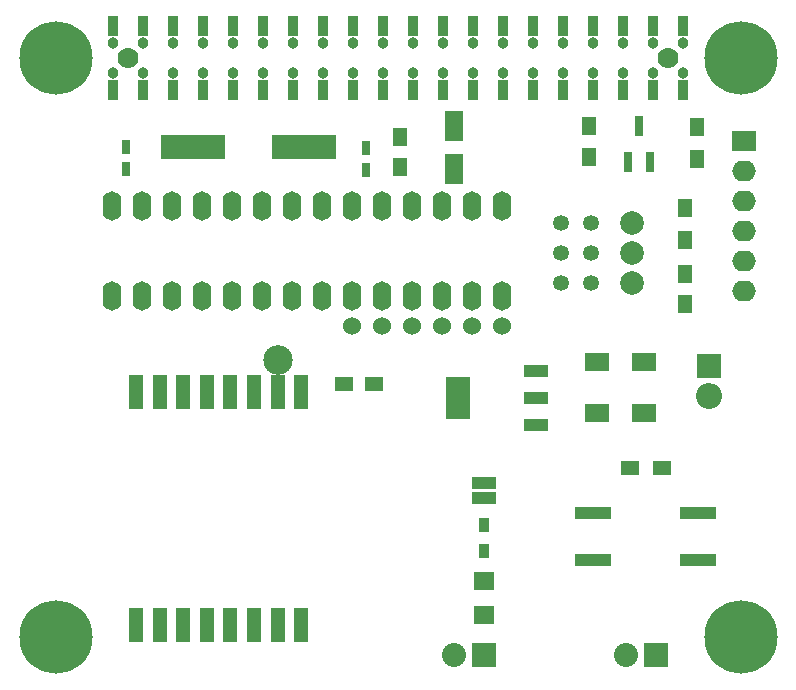
<source format=gbr>
G04 #@! TF.FileFunction,Soldermask,Top*
%FSLAX46Y46*%
G04 Gerber Fmt 4.6, Leading zero omitted, Abs format (unit mm)*
G04 Created by KiCad (PCBNEW 4.0.0-rc1-stable) date Tue 06 Oct 2015 13:37:23 BST*
%MOMM*%
G01*
G04 APERTURE LIST*
%ADD10C,0.100000*%
%ADD11R,3.100000X1.000000*%
%ADD12R,2.000000X1.000000*%
%ADD13R,2.000000X2.000000*%
%ADD14O,2.200000X2.200000*%
%ADD15R,2.000000X1.727200*%
%ADD16O,2.000000X1.750000*%
%ADD17C,1.350000*%
%ADD18C,2.000000*%
%ADD19O,1.600000X2.500000*%
%ADD20C,1.524000*%
%ADD21C,2.500000*%
%ADD22R,0.889000X1.676400*%
%ADD23C,0.965200*%
%ADD24C,1.778000*%
%ADD25C,6.200000*%
%ADD26R,1.600200X2.600960*%
%ADD27R,1.250000X1.500000*%
%ADD28R,2.000000X1.600000*%
%ADD29R,1.500000X1.250000*%
%ADD30R,0.750000X1.200000*%
%ADD31R,1.800860X1.597660*%
%ADD32R,2.032000X3.657600*%
%ADD33R,2.032000X1.016000*%
%ADD34R,1.200000X3.000000*%
%ADD35R,2.032000X2.032000*%
%ADD36O,2.032000X2.032000*%
%ADD37R,0.800100X1.800860*%
%ADD38R,1.300000X1.500000*%
%ADD39R,0.900000X1.200000*%
%ADD40R,1.500000X1.300000*%
%ADD41R,5.499100X1.998980*%
G04 APERTURE END LIST*
D10*
D11*
X134100000Y-90950000D03*
X125200000Y-90950000D03*
X125200000Y-86950000D03*
X134100000Y-86950000D03*
D12*
X116000000Y-85700000D03*
X116000000Y-84430000D03*
D13*
X135000000Y-74500000D03*
D14*
X135000000Y-77040000D03*
D15*
X138000000Y-55500000D03*
D16*
X138000000Y-58040000D03*
X138000000Y-60580000D03*
X138000000Y-63120000D03*
X138000000Y-65660000D03*
X138000000Y-68200000D03*
D17*
X125000000Y-67500000D03*
X122460000Y-67500000D03*
X125000000Y-64960000D03*
X122460000Y-64960000D03*
X125000000Y-62420000D03*
X122460000Y-62420000D03*
D18*
X128500000Y-67500000D03*
X128500000Y-64960000D03*
X128500000Y-62420000D03*
D19*
X117500000Y-61000000D03*
X114960000Y-61000000D03*
X112420000Y-61000000D03*
X109880000Y-61000000D03*
X107340000Y-61000000D03*
X104800000Y-61000000D03*
X102260000Y-61000000D03*
X99720000Y-61000000D03*
X97180000Y-61000000D03*
X94640000Y-61000000D03*
X92100000Y-61000000D03*
X89560000Y-61000000D03*
X87020000Y-61000000D03*
X84480000Y-61000000D03*
X84480000Y-68620000D03*
X87020000Y-68620000D03*
X89560000Y-68620000D03*
X92100000Y-68620000D03*
X94640000Y-68620000D03*
X97180000Y-68620000D03*
X99720000Y-68620000D03*
X102260000Y-68620000D03*
X104800000Y-68620000D03*
X107340000Y-68620000D03*
X109880000Y-68620000D03*
X112420000Y-68620000D03*
X114960000Y-68620000D03*
X117500000Y-68620000D03*
D20*
X117500000Y-71160000D03*
X114960000Y-71160000D03*
X112420000Y-71160000D03*
X109880000Y-71160000D03*
X107340000Y-71160000D03*
X104800000Y-71160000D03*
D21*
X98500000Y-74000000D03*
D22*
X125210000Y-45732200D03*
X127750000Y-45732200D03*
X132830000Y-45732200D03*
X130290000Y-45732200D03*
X104890000Y-45732200D03*
X107430000Y-45732200D03*
X112510000Y-45732200D03*
X109970000Y-45732200D03*
X120130000Y-45732200D03*
X122670000Y-45732200D03*
X117590000Y-45732200D03*
X115050000Y-45732200D03*
X94730000Y-45732200D03*
X97270000Y-45732200D03*
X102350000Y-45732200D03*
X99810000Y-45732200D03*
X89650000Y-45732200D03*
X92190000Y-45732200D03*
X87110000Y-45732200D03*
X84570000Y-45732200D03*
X132830000Y-51167800D03*
X130290000Y-51167800D03*
X125210000Y-51167800D03*
X127750000Y-51167800D03*
X117590000Y-51167800D03*
X115050000Y-51167800D03*
X120130000Y-51167800D03*
X122670000Y-51167800D03*
X112510000Y-51167800D03*
X109970000Y-51167800D03*
X104890000Y-51167800D03*
X107430000Y-51167800D03*
X87110000Y-51167800D03*
X84570000Y-51167800D03*
X89650000Y-51167800D03*
X92190000Y-51167800D03*
X102350000Y-51167800D03*
X99810000Y-51167800D03*
D23*
X112510000Y-49720000D03*
X109970000Y-49720000D03*
X115050000Y-49720000D03*
X117590000Y-49720000D03*
X127750000Y-49720000D03*
X125210000Y-49720000D03*
X120130000Y-49720000D03*
X122670000Y-49720000D03*
X130290000Y-49720000D03*
X132830000Y-49720000D03*
X107430000Y-49720000D03*
X104890000Y-49720000D03*
X97270000Y-49720000D03*
X94730000Y-49720000D03*
X99810000Y-49720000D03*
X102350000Y-49720000D03*
X92190000Y-49720000D03*
X89650000Y-49720000D03*
X84570000Y-49720000D03*
X87110000Y-49720000D03*
X87110000Y-47180000D03*
X84570000Y-47180000D03*
X89650000Y-47180000D03*
X92190000Y-47180000D03*
X102350000Y-47180000D03*
X99810000Y-47180000D03*
X94730000Y-47180000D03*
X97270000Y-47180000D03*
X104890000Y-47180000D03*
X107430000Y-47180000D03*
X132830000Y-47180000D03*
X130290000Y-47180000D03*
X122670000Y-47180000D03*
X120130000Y-47180000D03*
X125210000Y-47180000D03*
X127750000Y-47180000D03*
X117590000Y-47180000D03*
X115050000Y-47180000D03*
X109970000Y-47180000D03*
X112510000Y-47180000D03*
D22*
X94730000Y-51167800D03*
X97270000Y-51167800D03*
D24*
X85840000Y-48450000D03*
X131560000Y-48450000D03*
D25*
X137700000Y-48450000D03*
X137700000Y-97450000D03*
X79700000Y-97450000D03*
X79700000Y-48450000D03*
D26*
X113400000Y-57800860D03*
X113400000Y-54199140D03*
D27*
X108900000Y-57650000D03*
X108900000Y-55150000D03*
D28*
X125500000Y-78500000D03*
X129500000Y-78500000D03*
X125500000Y-74200000D03*
X129500000Y-74200000D03*
D27*
X133000000Y-69250000D03*
X133000000Y-66750000D03*
D29*
X104150000Y-76000000D03*
X106650000Y-76000000D03*
D30*
X106000000Y-57950000D03*
X106000000Y-56050000D03*
X85700000Y-57850000D03*
X85700000Y-55950000D03*
D31*
X116000000Y-92730140D03*
X116000000Y-95569860D03*
D32*
X113748000Y-77250000D03*
D33*
X120352000Y-77250000D03*
X120352000Y-74964000D03*
X120352000Y-79536000D03*
D34*
X86500000Y-96400000D03*
X88500000Y-96400000D03*
X90500000Y-96400000D03*
X92500000Y-96400000D03*
X94500000Y-96400000D03*
X96500000Y-96400000D03*
X98500000Y-96400000D03*
X100500000Y-96400000D03*
X100500000Y-76700000D03*
X98500000Y-76700000D03*
X96500000Y-76700000D03*
X94500000Y-76700000D03*
X92500000Y-76700000D03*
X90500000Y-76700000D03*
X88500000Y-76700000D03*
X86500000Y-76700000D03*
D35*
X116000000Y-99000000D03*
D36*
X113460000Y-99000000D03*
D35*
X130500000Y-99000000D03*
D36*
X127960000Y-99000000D03*
D37*
X128150000Y-57201140D03*
X130050000Y-57201140D03*
X129100000Y-54198860D03*
D38*
X124900000Y-56850000D03*
X124900000Y-54150000D03*
X134000000Y-56950000D03*
X134000000Y-54250000D03*
D39*
X116000000Y-87950000D03*
X116000000Y-90150000D03*
D40*
X131050000Y-83150000D03*
X128350000Y-83150000D03*
D38*
X133000000Y-63850000D03*
X133000000Y-61150000D03*
D41*
X91301000Y-56000000D03*
X100699000Y-56000000D03*
M02*

</source>
